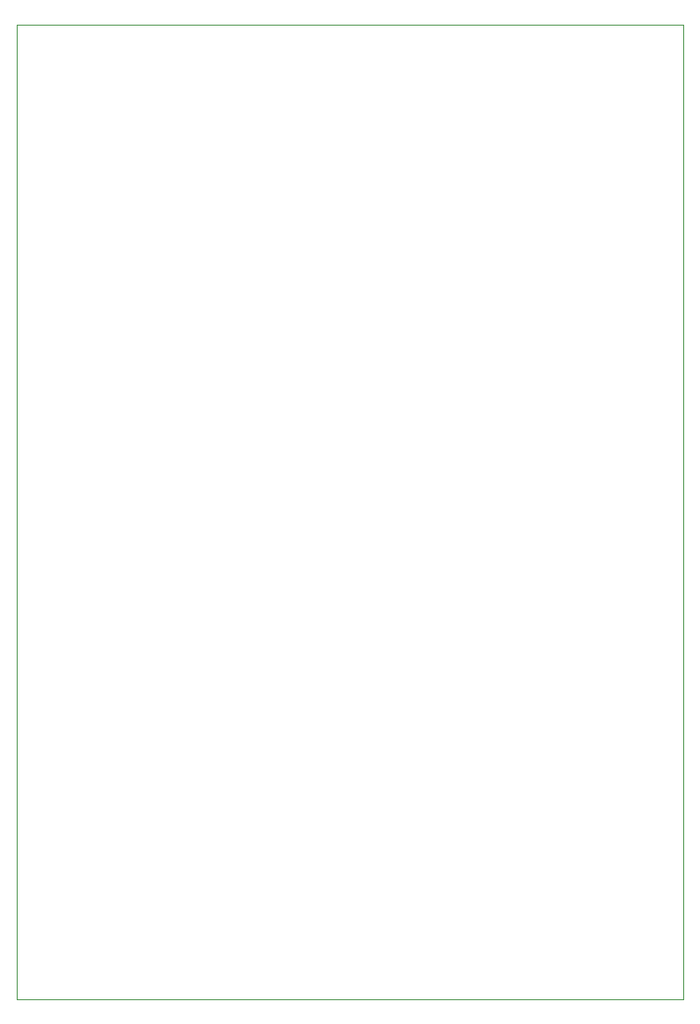
<source format=gbr>
%TF.GenerationSoftware,KiCad,Pcbnew,(6.0.1)*%
%TF.CreationDate,2022-02-14T21:44:02+00:00*%
%TF.ProjectId,module-io,6d6f6475-6c65-42d6-996f-2e6b69636164,rev?*%
%TF.SameCoordinates,Original*%
%TF.FileFunction,Profile,NP*%
%FSLAX46Y46*%
G04 Gerber Fmt 4.6, Leading zero omitted, Abs format (unit mm)*
G04 Created by KiCad (PCBNEW (6.0.1)) date 2022-02-14 21:44:02*
%MOMM*%
%LPD*%
G01*
G04 APERTURE LIST*
%TA.AperFunction,Profile*%
%ADD10C,0.050000*%
%TD*%
G04 APERTURE END LIST*
D10*
X123000000Y-118000000D02*
X123000000Y-24500000D01*
X123000000Y-24500000D02*
X187000000Y-24500000D01*
X187000000Y-118000000D02*
X123000000Y-118000000D01*
X187000000Y-24500000D02*
X187000000Y-118000000D01*
M02*

</source>
